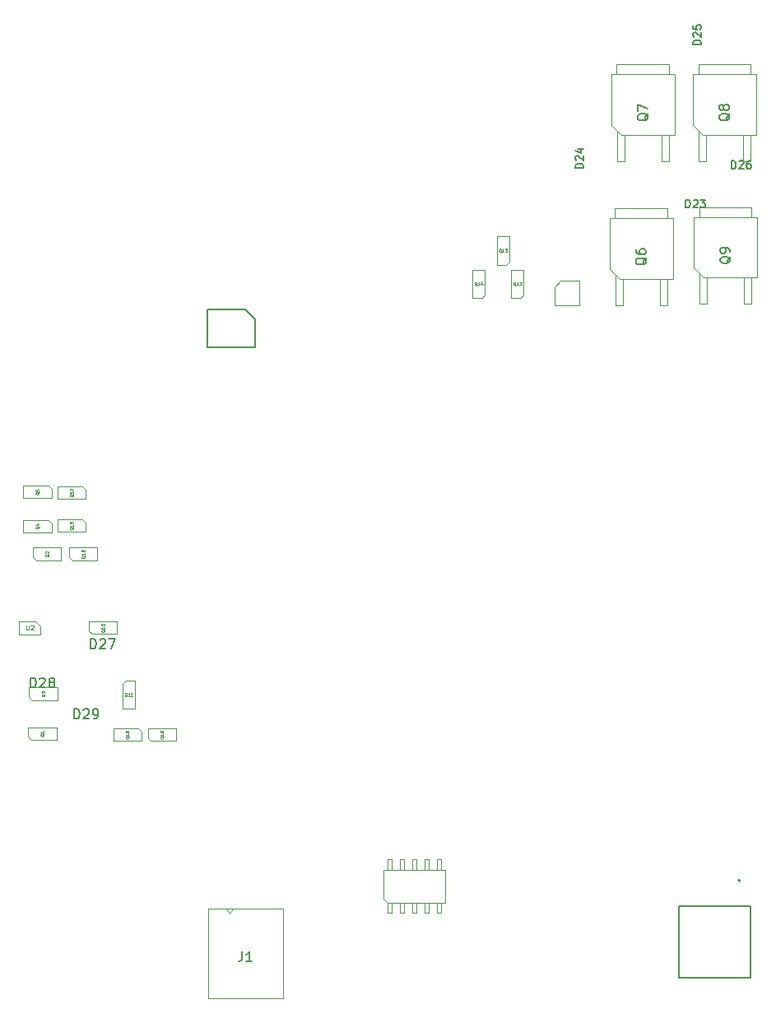
<source format=gbr>
G04 #@! TF.GenerationSoftware,KiCad,Pcbnew,(6.0.0-rc1-458-g78ff9a857a-dirty)*
G04 #@! TF.CreationDate,2021-12-31T11:49:42+02:00*
G04 #@! TF.ProjectId,alphax_2ch,616c7068-6178-45f3-9263-682e6b696361,b*
G04 #@! TF.SameCoordinates,PX141f5e0PYa2cace0*
G04 #@! TF.FileFunction,AssemblyDrawing,Top*
%FSLAX46Y46*%
G04 Gerber Fmt 4.6, Leading zero omitted, Abs format (unit mm)*
G04 Created by KiCad (PCBNEW (6.0.0-rc1-458-g78ff9a857a-dirty)) date 2021-12-31 11:49:42*
%MOMM*%
%LPD*%
G01*
G04 APERTURE LIST*
%ADD10C,0.050000*%
%ADD11C,0.150000*%
%ADD12C,0.075000*%
%ADD13C,0.170000*%
%ADD14C,0.100000*%
%ADD15C,0.127000*%
%ADD16C,0.200000*%
G04 APERTURE END LIST*
D10*
G04 #@! TO.C,Q13*
X55217142Y77324762D02*
X55186666Y77340000D01*
X55156190Y77370477D01*
X55110476Y77416191D01*
X55080000Y77431429D01*
X55049523Y77431429D01*
X55064761Y77355239D02*
X55034285Y77370477D01*
X55003809Y77400953D01*
X54988571Y77461905D01*
X54988571Y77568572D01*
X55003809Y77629524D01*
X55034285Y77660000D01*
X55064761Y77675239D01*
X55125714Y77675239D01*
X55156190Y77660000D01*
X55186666Y77629524D01*
X55201904Y77568572D01*
X55201904Y77461905D01*
X55186666Y77400953D01*
X55156190Y77370477D01*
X55125714Y77355239D01*
X55064761Y77355239D01*
X55506666Y77355239D02*
X55323809Y77355239D01*
X55415238Y77355239D02*
X55415238Y77675239D01*
X55384761Y77629524D01*
X55354285Y77599048D01*
X55323809Y77583810D01*
X55613333Y77675239D02*
X55811428Y77675239D01*
X55704761Y77553334D01*
X55750476Y77553334D01*
X55780952Y77538096D01*
X55796190Y77522858D01*
X55811428Y77492381D01*
X55811428Y77416191D01*
X55796190Y77385715D01*
X55780952Y77370477D01*
X55750476Y77355239D01*
X55659047Y77355239D01*
X55628571Y77370477D01*
X55613333Y77385715D01*
G04 #@! TO.C,Q1*
X8175238Y27769524D02*
X8160000Y27739048D01*
X8129523Y27708572D01*
X8083809Y27662858D01*
X8068571Y27632381D01*
X8068571Y27601905D01*
X8144761Y27617143D02*
X8129523Y27586667D01*
X8099047Y27556191D01*
X8038095Y27540953D01*
X7931428Y27540953D01*
X7870476Y27556191D01*
X7840000Y27586667D01*
X7824761Y27617143D01*
X7824761Y27678096D01*
X7840000Y27708572D01*
X7870476Y27739048D01*
X7931428Y27754286D01*
X8038095Y27754286D01*
X8099047Y27739048D01*
X8129523Y27708572D01*
X8144761Y27678096D01*
X8144761Y27617143D01*
X8144761Y28059048D02*
X8144761Y27876191D01*
X8144761Y27967620D02*
X7824761Y27967620D01*
X7870476Y27937143D01*
X7900952Y27906667D01*
X7916190Y27876191D01*
D11*
G04 #@! TO.C,D28*
X6785714Y32547620D02*
X6785714Y33547620D01*
X7023809Y33547620D01*
X7166666Y33500000D01*
X7261904Y33404762D01*
X7309523Y33309524D01*
X7357142Y33119048D01*
X7357142Y32976191D01*
X7309523Y32785715D01*
X7261904Y32690477D01*
X7166666Y32595239D01*
X7023809Y32547620D01*
X6785714Y32547620D01*
X7738095Y33452381D02*
X7785714Y33500000D01*
X7880952Y33547620D01*
X8119047Y33547620D01*
X8214285Y33500000D01*
X8261904Y33452381D01*
X8309523Y33357143D01*
X8309523Y33261905D01*
X8261904Y33119048D01*
X7690476Y32547620D01*
X8309523Y32547620D01*
X8880952Y33119048D02*
X8785714Y33166667D01*
X8738095Y33214286D01*
X8690476Y33309524D01*
X8690476Y33357143D01*
X8738095Y33452381D01*
X8785714Y33500000D01*
X8880952Y33547620D01*
X9071428Y33547620D01*
X9166666Y33500000D01*
X9214285Y33452381D01*
X9261904Y33357143D01*
X9261904Y33309524D01*
X9214285Y33214286D01*
X9166666Y33166667D01*
X9071428Y33119048D01*
X8880952Y33119048D01*
X8785714Y33071429D01*
X8738095Y33023810D01*
X8690476Y32928572D01*
X8690476Y32738096D01*
X8738095Y32642858D01*
X8785714Y32595239D01*
X8880952Y32547620D01*
X9071428Y32547620D01*
X9166666Y32595239D01*
X9214285Y32642858D01*
X9261904Y32738096D01*
X9261904Y32928572D01*
X9214285Y33023810D01*
X9166666Y33071429D01*
X9071428Y33119048D01*
G04 #@! TO.C,J1*
X28566666Y5397620D02*
X28566666Y4683334D01*
X28519047Y4540477D01*
X28423809Y4445239D01*
X28280952Y4397620D01*
X28185714Y4397620D01*
X29566666Y4397620D02*
X28995238Y4397620D01*
X29280952Y4397620D02*
X29280952Y5397620D01*
X29185714Y5254762D01*
X29090476Y5159524D01*
X28995238Y5111905D01*
G04 #@! TO.C,Q8*
X78747619Y91604762D02*
X78700000Y91509524D01*
X78604761Y91414286D01*
X78461904Y91271429D01*
X78414285Y91176191D01*
X78414285Y91080953D01*
X78652380Y91128572D02*
X78604761Y91033334D01*
X78509523Y90938096D01*
X78319047Y90890477D01*
X77985714Y90890477D01*
X77795238Y90938096D01*
X77700000Y91033334D01*
X77652380Y91128572D01*
X77652380Y91319048D01*
X77700000Y91414286D01*
X77795238Y91509524D01*
X77985714Y91557143D01*
X78319047Y91557143D01*
X78509523Y91509524D01*
X78604761Y91414286D01*
X78652380Y91319048D01*
X78652380Y91128572D01*
X78080952Y92128572D02*
X78033333Y92033334D01*
X77985714Y91985715D01*
X77890476Y91938096D01*
X77842857Y91938096D01*
X77747619Y91985715D01*
X77700000Y92033334D01*
X77652380Y92128572D01*
X77652380Y92319048D01*
X77700000Y92414286D01*
X77747619Y92461905D01*
X77842857Y92509524D01*
X77890476Y92509524D01*
X77985714Y92461905D01*
X78033333Y92414286D01*
X78080952Y92319048D01*
X78080952Y92128572D01*
X78128571Y92033334D01*
X78176190Y91985715D01*
X78271428Y91938096D01*
X78461904Y91938096D01*
X78557142Y91985715D01*
X78604761Y92033334D01*
X78652380Y92128572D01*
X78652380Y92319048D01*
X78604761Y92414286D01*
X78557142Y92461905D01*
X78461904Y92509524D01*
X78271428Y92509524D01*
X78176190Y92461905D01*
X78128571Y92414286D01*
X78080952Y92319048D01*
D10*
G04 #@! TO.C,Q4*
X7675238Y49119524D02*
X7660000Y49089048D01*
X7629523Y49058572D01*
X7583809Y49012858D01*
X7568571Y48982381D01*
X7568571Y48951905D01*
X7644761Y48967143D02*
X7629523Y48936667D01*
X7599047Y48906191D01*
X7538095Y48890953D01*
X7431428Y48890953D01*
X7370476Y48906191D01*
X7340000Y48936667D01*
X7324761Y48967143D01*
X7324761Y49028096D01*
X7340000Y49058572D01*
X7370476Y49089048D01*
X7431428Y49104286D01*
X7538095Y49104286D01*
X7599047Y49089048D01*
X7629523Y49058572D01*
X7644761Y49028096D01*
X7644761Y48967143D01*
X7431428Y49378572D02*
X7644761Y49378572D01*
X7309523Y49302381D02*
X7538095Y49226191D01*
X7538095Y49424286D01*
G04 #@! TO.C,Q3*
X8275238Y31869524D02*
X8260000Y31839048D01*
X8229523Y31808572D01*
X8183809Y31762858D01*
X8168571Y31732381D01*
X8168571Y31701905D01*
X8244761Y31717143D02*
X8229523Y31686667D01*
X8199047Y31656191D01*
X8138095Y31640953D01*
X8031428Y31640953D01*
X7970476Y31656191D01*
X7940000Y31686667D01*
X7924761Y31717143D01*
X7924761Y31778096D01*
X7940000Y31808572D01*
X7970476Y31839048D01*
X8031428Y31854286D01*
X8138095Y31854286D01*
X8199047Y31839048D01*
X8229523Y31808572D01*
X8244761Y31778096D01*
X8244761Y31717143D01*
X7924761Y31960953D02*
X7924761Y32159048D01*
X8046666Y32052381D01*
X8046666Y32098096D01*
X8061904Y32128572D01*
X8077142Y32143810D01*
X8107619Y32159048D01*
X8183809Y32159048D01*
X8214285Y32143810D01*
X8229523Y32128572D01*
X8244761Y32098096D01*
X8244761Y32006667D01*
X8229523Y31976191D01*
X8214285Y31960953D01*
D12*
G04 #@! TO.C,U2*
X6319047Y38973810D02*
X6319047Y38569048D01*
X6342857Y38521429D01*
X6366666Y38497620D01*
X6414285Y38473810D01*
X6509523Y38473810D01*
X6557142Y38497620D01*
X6580952Y38521429D01*
X6604761Y38569048D01*
X6604761Y38973810D01*
X6819047Y38926191D02*
X6842857Y38950000D01*
X6890476Y38973810D01*
X7009523Y38973810D01*
X7057142Y38950000D01*
X7080952Y38926191D01*
X7104761Y38878572D01*
X7104761Y38830953D01*
X7080952Y38759524D01*
X6795238Y38473810D01*
X7104761Y38473810D01*
D10*
G04 #@! TO.C,Q15*
X12375238Y46117143D02*
X12360000Y46086667D01*
X12329523Y46056191D01*
X12283809Y46010477D01*
X12268571Y45980000D01*
X12268571Y45949524D01*
X12344761Y45964762D02*
X12329523Y45934286D01*
X12299047Y45903810D01*
X12238095Y45888572D01*
X12131428Y45888572D01*
X12070476Y45903810D01*
X12040000Y45934286D01*
X12024761Y45964762D01*
X12024761Y46025715D01*
X12040000Y46056191D01*
X12070476Y46086667D01*
X12131428Y46101905D01*
X12238095Y46101905D01*
X12299047Y46086667D01*
X12329523Y46056191D01*
X12344761Y46025715D01*
X12344761Y45964762D01*
X12344761Y46406667D02*
X12344761Y46223810D01*
X12344761Y46315239D02*
X12024761Y46315239D01*
X12070476Y46284762D01*
X12100952Y46254286D01*
X12116190Y46223810D01*
X12024761Y46696191D02*
X12024761Y46543810D01*
X12177142Y46528572D01*
X12161904Y46543810D01*
X12146666Y46574286D01*
X12146666Y46650477D01*
X12161904Y46680953D01*
X12177142Y46696191D01*
X12207619Y46711429D01*
X12283809Y46711429D01*
X12314285Y46696191D01*
X12329523Y46680953D01*
X12344761Y46650477D01*
X12344761Y46574286D01*
X12329523Y46543810D01*
X12314285Y46528572D01*
G04 #@! TO.C,Q19*
X20477238Y27515143D02*
X20462000Y27484667D01*
X20431523Y27454191D01*
X20385809Y27408477D01*
X20370571Y27378000D01*
X20370571Y27347524D01*
X20446761Y27362762D02*
X20431523Y27332286D01*
X20401047Y27301810D01*
X20340095Y27286572D01*
X20233428Y27286572D01*
X20172476Y27301810D01*
X20142000Y27332286D01*
X20126761Y27362762D01*
X20126761Y27423715D01*
X20142000Y27454191D01*
X20172476Y27484667D01*
X20233428Y27499905D01*
X20340095Y27499905D01*
X20401047Y27484667D01*
X20431523Y27454191D01*
X20446761Y27423715D01*
X20446761Y27362762D01*
X20446761Y27804667D02*
X20446761Y27621810D01*
X20446761Y27713239D02*
X20126761Y27713239D01*
X20172476Y27682762D01*
X20202952Y27652286D01*
X20218190Y27621810D01*
X20446761Y27957048D02*
X20446761Y28018000D01*
X20431523Y28048477D01*
X20416285Y28063715D01*
X20370571Y28094191D01*
X20309619Y28109429D01*
X20187714Y28109429D01*
X20157238Y28094191D01*
X20142000Y28078953D01*
X20126761Y28048477D01*
X20126761Y27987524D01*
X20142000Y27957048D01*
X20157238Y27941810D01*
X20187714Y27926572D01*
X20263904Y27926572D01*
X20294380Y27941810D01*
X20309619Y27957048D01*
X20324857Y27987524D01*
X20324857Y28048477D01*
X20309619Y28078953D01*
X20294380Y28094191D01*
X20263904Y28109429D01*
G04 #@! TO.C,Q18*
X16921238Y27515143D02*
X16906000Y27484667D01*
X16875523Y27454191D01*
X16829809Y27408477D01*
X16814571Y27378000D01*
X16814571Y27347524D01*
X16890761Y27362762D02*
X16875523Y27332286D01*
X16845047Y27301810D01*
X16784095Y27286572D01*
X16677428Y27286572D01*
X16616476Y27301810D01*
X16586000Y27332286D01*
X16570761Y27362762D01*
X16570761Y27423715D01*
X16586000Y27454191D01*
X16616476Y27484667D01*
X16677428Y27499905D01*
X16784095Y27499905D01*
X16845047Y27484667D01*
X16875523Y27454191D01*
X16890761Y27423715D01*
X16890761Y27362762D01*
X16890761Y27804667D02*
X16890761Y27621810D01*
X16890761Y27713239D02*
X16570761Y27713239D01*
X16616476Y27682762D01*
X16646952Y27652286D01*
X16662190Y27621810D01*
X16707904Y27987524D02*
X16692666Y27957048D01*
X16677428Y27941810D01*
X16646952Y27926572D01*
X16631714Y27926572D01*
X16601238Y27941810D01*
X16586000Y27957048D01*
X16570761Y27987524D01*
X16570761Y28048477D01*
X16586000Y28078953D01*
X16601238Y28094191D01*
X16631714Y28109429D01*
X16646952Y28109429D01*
X16677428Y28094191D01*
X16692666Y28078953D01*
X16707904Y28048477D01*
X16707904Y27987524D01*
X16723142Y27957048D01*
X16738380Y27941810D01*
X16768857Y27926572D01*
X16829809Y27926572D01*
X16860285Y27941810D01*
X16875523Y27957048D01*
X16890761Y27987524D01*
X16890761Y28048477D01*
X16875523Y28078953D01*
X16860285Y28094191D01*
X16829809Y28109429D01*
X16768857Y28109429D01*
X16738380Y28094191D01*
X16723142Y28078953D01*
X16707904Y28048477D01*
D13*
G04 #@! TO.C,D23*
X74204285Y81929048D02*
X74204285Y82749048D01*
X74399523Y82749048D01*
X74516666Y82710000D01*
X74594761Y82631905D01*
X74633809Y82553810D01*
X74672857Y82397620D01*
X74672857Y82280477D01*
X74633809Y82124286D01*
X74594761Y82046191D01*
X74516666Y81968096D01*
X74399523Y81929048D01*
X74204285Y81929048D01*
X74985238Y82670953D02*
X75024285Y82710000D01*
X75102380Y82749048D01*
X75297619Y82749048D01*
X75375714Y82710000D01*
X75414761Y82670953D01*
X75453809Y82592858D01*
X75453809Y82514762D01*
X75414761Y82397620D01*
X74946190Y81929048D01*
X75453809Y81929048D01*
X75727142Y82749048D02*
X76234761Y82749048D01*
X75961428Y82436667D01*
X76078571Y82436667D01*
X76156666Y82397620D01*
X76195714Y82358572D01*
X76234761Y82280477D01*
X76234761Y82085239D01*
X76195714Y82007143D01*
X76156666Y81968096D01*
X76078571Y81929048D01*
X75844285Y81929048D01*
X75766190Y81968096D01*
X75727142Y82007143D01*
G04 #@! TO.C,D26*
X78904285Y85929048D02*
X78904285Y86749048D01*
X79099523Y86749048D01*
X79216666Y86710000D01*
X79294761Y86631905D01*
X79333809Y86553810D01*
X79372857Y86397620D01*
X79372857Y86280477D01*
X79333809Y86124286D01*
X79294761Y86046191D01*
X79216666Y85968096D01*
X79099523Y85929048D01*
X78904285Y85929048D01*
X79685238Y86670953D02*
X79724285Y86710000D01*
X79802380Y86749048D01*
X79997619Y86749048D01*
X80075714Y86710000D01*
X80114761Y86670953D01*
X80153809Y86592858D01*
X80153809Y86514762D01*
X80114761Y86397620D01*
X79646190Y85929048D01*
X80153809Y85929048D01*
X80856666Y86749048D02*
X80700476Y86749048D01*
X80622380Y86710000D01*
X80583333Y86670953D01*
X80505238Y86553810D01*
X80466190Y86397620D01*
X80466190Y86085239D01*
X80505238Y86007143D01*
X80544285Y85968096D01*
X80622380Y85929048D01*
X80778571Y85929048D01*
X80856666Y85968096D01*
X80895714Y86007143D01*
X80934761Y86085239D01*
X80934761Y86280477D01*
X80895714Y86358572D01*
X80856666Y86397620D01*
X80778571Y86436667D01*
X80622380Y86436667D01*
X80544285Y86397620D01*
X80505238Y86358572D01*
X80466190Y86280477D01*
D10*
G04 #@! TO.C,Q14*
X52717142Y73924762D02*
X52686666Y73940000D01*
X52656190Y73970477D01*
X52610476Y74016191D01*
X52580000Y74031429D01*
X52549523Y74031429D01*
X52564761Y73955239D02*
X52534285Y73970477D01*
X52503809Y74000953D01*
X52488571Y74061905D01*
X52488571Y74168572D01*
X52503809Y74229524D01*
X52534285Y74260000D01*
X52564761Y74275239D01*
X52625714Y74275239D01*
X52656190Y74260000D01*
X52686666Y74229524D01*
X52701904Y74168572D01*
X52701904Y74061905D01*
X52686666Y74000953D01*
X52656190Y73970477D01*
X52625714Y73955239D01*
X52564761Y73955239D01*
X53006666Y73955239D02*
X52823809Y73955239D01*
X52915238Y73955239D02*
X52915238Y74275239D01*
X52884761Y74229524D01*
X52854285Y74199048D01*
X52823809Y74183810D01*
X53280952Y74168572D02*
X53280952Y73955239D01*
X53204761Y74290477D02*
X53128571Y74061905D01*
X53326666Y74061905D01*
D11*
G04 #@! TO.C,D29*
X11285714Y29347620D02*
X11285714Y30347620D01*
X11523809Y30347620D01*
X11666666Y30300000D01*
X11761904Y30204762D01*
X11809523Y30109524D01*
X11857142Y29919048D01*
X11857142Y29776191D01*
X11809523Y29585715D01*
X11761904Y29490477D01*
X11666666Y29395239D01*
X11523809Y29347620D01*
X11285714Y29347620D01*
X12238095Y30252381D02*
X12285714Y30300000D01*
X12380952Y30347620D01*
X12619047Y30347620D01*
X12714285Y30300000D01*
X12761904Y30252381D01*
X12809523Y30157143D01*
X12809523Y30061905D01*
X12761904Y29919048D01*
X12190476Y29347620D01*
X12809523Y29347620D01*
X13285714Y29347620D02*
X13476190Y29347620D01*
X13571428Y29395239D01*
X13619047Y29442858D01*
X13714285Y29585715D01*
X13761904Y29776191D01*
X13761904Y30157143D01*
X13714285Y30252381D01*
X13666666Y30300000D01*
X13571428Y30347620D01*
X13380952Y30347620D01*
X13285714Y30300000D01*
X13238095Y30252381D01*
X13190476Y30157143D01*
X13190476Y29919048D01*
X13238095Y29823810D01*
X13285714Y29776191D01*
X13380952Y29728572D01*
X13571428Y29728572D01*
X13666666Y29776191D01*
X13714285Y29823810D01*
X13761904Y29919048D01*
D10*
G04 #@! TO.C,Q17*
X11175238Y52417143D02*
X11160000Y52386667D01*
X11129523Y52356191D01*
X11083809Y52310477D01*
X11068571Y52280000D01*
X11068571Y52249524D01*
X11144761Y52264762D02*
X11129523Y52234286D01*
X11099047Y52203810D01*
X11038095Y52188572D01*
X10931428Y52188572D01*
X10870476Y52203810D01*
X10840000Y52234286D01*
X10824761Y52264762D01*
X10824761Y52325715D01*
X10840000Y52356191D01*
X10870476Y52386667D01*
X10931428Y52401905D01*
X11038095Y52401905D01*
X11099047Y52386667D01*
X11129523Y52356191D01*
X11144761Y52325715D01*
X11144761Y52264762D01*
X11144761Y52706667D02*
X11144761Y52523810D01*
X11144761Y52615239D02*
X10824761Y52615239D01*
X10870476Y52584762D01*
X10900952Y52554286D01*
X10916190Y52523810D01*
X10824761Y52813334D02*
X10824761Y53026667D01*
X11144761Y52889524D01*
G04 #@! TO.C,Q5*
X7675238Y52669524D02*
X7660000Y52639048D01*
X7629523Y52608572D01*
X7583809Y52562858D01*
X7568571Y52532381D01*
X7568571Y52501905D01*
X7644761Y52517143D02*
X7629523Y52486667D01*
X7599047Y52456191D01*
X7538095Y52440953D01*
X7431428Y52440953D01*
X7370476Y52456191D01*
X7340000Y52486667D01*
X7324761Y52517143D01*
X7324761Y52578096D01*
X7340000Y52608572D01*
X7370476Y52639048D01*
X7431428Y52654286D01*
X7538095Y52654286D01*
X7599047Y52639048D01*
X7629523Y52608572D01*
X7644761Y52578096D01*
X7644761Y52517143D01*
X7324761Y52943810D02*
X7324761Y52791429D01*
X7477142Y52776191D01*
X7461904Y52791429D01*
X7446666Y52821905D01*
X7446666Y52898096D01*
X7461904Y52928572D01*
X7477142Y52943810D01*
X7507619Y52959048D01*
X7583809Y52959048D01*
X7614285Y52943810D01*
X7629523Y52928572D01*
X7644761Y52898096D01*
X7644761Y52821905D01*
X7629523Y52791429D01*
X7614285Y52776191D01*
G04 #@! TO.C,Q12*
X56695142Y73924762D02*
X56664666Y73940000D01*
X56634190Y73970477D01*
X56588476Y74016191D01*
X56558000Y74031429D01*
X56527523Y74031429D01*
X56542761Y73955239D02*
X56512285Y73970477D01*
X56481809Y74000953D01*
X56466571Y74061905D01*
X56466571Y74168572D01*
X56481809Y74229524D01*
X56512285Y74260000D01*
X56542761Y74275239D01*
X56603714Y74275239D01*
X56634190Y74260000D01*
X56664666Y74229524D01*
X56679904Y74168572D01*
X56679904Y74061905D01*
X56664666Y74000953D01*
X56634190Y73970477D01*
X56603714Y73955239D01*
X56542761Y73955239D01*
X56984666Y73955239D02*
X56801809Y73955239D01*
X56893238Y73955239D02*
X56893238Y74275239D01*
X56862761Y74229524D01*
X56832285Y74199048D01*
X56801809Y74183810D01*
X57106571Y74244762D02*
X57121809Y74260000D01*
X57152285Y74275239D01*
X57228476Y74275239D01*
X57258952Y74260000D01*
X57274190Y74244762D01*
X57289428Y74214286D01*
X57289428Y74183810D01*
X57274190Y74138096D01*
X57091333Y73955239D01*
X57289428Y73955239D01*
G04 #@! TO.C,Q2*
X8675238Y46269524D02*
X8660000Y46239048D01*
X8629523Y46208572D01*
X8583809Y46162858D01*
X8568571Y46132381D01*
X8568571Y46101905D01*
X8644761Y46117143D02*
X8629523Y46086667D01*
X8599047Y46056191D01*
X8538095Y46040953D01*
X8431428Y46040953D01*
X8370476Y46056191D01*
X8340000Y46086667D01*
X8324761Y46117143D01*
X8324761Y46178096D01*
X8340000Y46208572D01*
X8370476Y46239048D01*
X8431428Y46254286D01*
X8538095Y46254286D01*
X8599047Y46239048D01*
X8629523Y46208572D01*
X8644761Y46178096D01*
X8644761Y46117143D01*
X8355238Y46376191D02*
X8340000Y46391429D01*
X8324761Y46421905D01*
X8324761Y46498096D01*
X8340000Y46528572D01*
X8355238Y46543810D01*
X8385714Y46559048D01*
X8416190Y46559048D01*
X8461904Y46543810D01*
X8644761Y46360953D01*
X8644761Y46559048D01*
G04 #@! TO.C,Q16*
X11175238Y49017143D02*
X11160000Y48986667D01*
X11129523Y48956191D01*
X11083809Y48910477D01*
X11068571Y48880000D01*
X11068571Y48849524D01*
X11144761Y48864762D02*
X11129523Y48834286D01*
X11099047Y48803810D01*
X11038095Y48788572D01*
X10931428Y48788572D01*
X10870476Y48803810D01*
X10840000Y48834286D01*
X10824761Y48864762D01*
X10824761Y48925715D01*
X10840000Y48956191D01*
X10870476Y48986667D01*
X10931428Y49001905D01*
X11038095Y49001905D01*
X11099047Y48986667D01*
X11129523Y48956191D01*
X11144761Y48925715D01*
X11144761Y48864762D01*
X11144761Y49306667D02*
X11144761Y49123810D01*
X11144761Y49215239D02*
X10824761Y49215239D01*
X10870476Y49184762D01*
X10900952Y49154286D01*
X10916190Y49123810D01*
X10824761Y49580953D02*
X10824761Y49520000D01*
X10840000Y49489524D01*
X10855238Y49474286D01*
X10900952Y49443810D01*
X10961904Y49428572D01*
X11083809Y49428572D01*
X11114285Y49443810D01*
X11129523Y49459048D01*
X11144761Y49489524D01*
X11144761Y49550477D01*
X11129523Y49580953D01*
X11114285Y49596191D01*
X11083809Y49611429D01*
X11007619Y49611429D01*
X10977142Y49596191D01*
X10961904Y49580953D01*
X10946666Y49550477D01*
X10946666Y49489524D01*
X10961904Y49459048D01*
X10977142Y49443810D01*
X11007619Y49428572D01*
D11*
G04 #@! TO.C,Q7*
X70347619Y91604762D02*
X70300000Y91509524D01*
X70204761Y91414286D01*
X70061904Y91271429D01*
X70014285Y91176191D01*
X70014285Y91080953D01*
X70252380Y91128572D02*
X70204761Y91033334D01*
X70109523Y90938096D01*
X69919047Y90890477D01*
X69585714Y90890477D01*
X69395238Y90938096D01*
X69300000Y91033334D01*
X69252380Y91128572D01*
X69252380Y91319048D01*
X69300000Y91414286D01*
X69395238Y91509524D01*
X69585714Y91557143D01*
X69919047Y91557143D01*
X70109523Y91509524D01*
X70204761Y91414286D01*
X70252380Y91319048D01*
X70252380Y91128572D01*
X69252380Y91890477D02*
X69252380Y92557143D01*
X70252380Y92128572D01*
G04 #@! TO.C,Q6*
X70172619Y76779762D02*
X70125000Y76684524D01*
X70029761Y76589286D01*
X69886904Y76446429D01*
X69839285Y76351191D01*
X69839285Y76255953D01*
X70077380Y76303572D02*
X70029761Y76208334D01*
X69934523Y76113096D01*
X69744047Y76065477D01*
X69410714Y76065477D01*
X69220238Y76113096D01*
X69125000Y76208334D01*
X69077380Y76303572D01*
X69077380Y76494048D01*
X69125000Y76589286D01*
X69220238Y76684524D01*
X69410714Y76732143D01*
X69744047Y76732143D01*
X69934523Y76684524D01*
X70029761Y76589286D01*
X70077380Y76494048D01*
X70077380Y76303572D01*
X69077380Y77589286D02*
X69077380Y77398810D01*
X69125000Y77303572D01*
X69172619Y77255953D01*
X69315476Y77160715D01*
X69505952Y77113096D01*
X69886904Y77113096D01*
X69982142Y77160715D01*
X70029761Y77208334D01*
X70077380Y77303572D01*
X70077380Y77494048D01*
X70029761Y77589286D01*
X69982142Y77636905D01*
X69886904Y77684524D01*
X69648809Y77684524D01*
X69553571Y77636905D01*
X69505952Y77589286D01*
X69458333Y77494048D01*
X69458333Y77303572D01*
X69505952Y77208334D01*
X69553571Y77160715D01*
X69648809Y77113096D01*
G04 #@! TO.C,D27*
X12985714Y36547620D02*
X12985714Y37547620D01*
X13223809Y37547620D01*
X13366666Y37500000D01*
X13461904Y37404762D01*
X13509523Y37309524D01*
X13557142Y37119048D01*
X13557142Y36976191D01*
X13509523Y36785715D01*
X13461904Y36690477D01*
X13366666Y36595239D01*
X13223809Y36547620D01*
X12985714Y36547620D01*
X13938095Y37452381D02*
X13985714Y37500000D01*
X14080952Y37547620D01*
X14319047Y37547620D01*
X14414285Y37500000D01*
X14461904Y37452381D01*
X14509523Y37357143D01*
X14509523Y37261905D01*
X14461904Y37119048D01*
X13890476Y36547620D01*
X14509523Y36547620D01*
X14842857Y37547620D02*
X15509523Y37547620D01*
X15080952Y36547620D01*
D13*
G04 #@! TO.C,D24*
X63670952Y86004286D02*
X62850952Y86004286D01*
X62850952Y86199524D01*
X62890000Y86316667D01*
X62968095Y86394762D01*
X63046190Y86433810D01*
X63202380Y86472858D01*
X63319523Y86472858D01*
X63475714Y86433810D01*
X63553809Y86394762D01*
X63631904Y86316667D01*
X63670952Y86199524D01*
X63670952Y86004286D01*
X62929047Y86785239D02*
X62890000Y86824286D01*
X62850952Y86902381D01*
X62850952Y87097620D01*
X62890000Y87175715D01*
X62929047Y87214762D01*
X63007142Y87253810D01*
X63085238Y87253810D01*
X63202380Y87214762D01*
X63670952Y86746191D01*
X63670952Y87253810D01*
X63124285Y87956667D02*
X63670952Y87956667D01*
X62811904Y87761429D02*
X63397619Y87566191D01*
X63397619Y88073810D01*
D10*
G04 #@! TO.C,Q10*
X14425238Y38517143D02*
X14410000Y38486667D01*
X14379523Y38456191D01*
X14333809Y38410477D01*
X14318571Y38380000D01*
X14318571Y38349524D01*
X14394761Y38364762D02*
X14379523Y38334286D01*
X14349047Y38303810D01*
X14288095Y38288572D01*
X14181428Y38288572D01*
X14120476Y38303810D01*
X14090000Y38334286D01*
X14074761Y38364762D01*
X14074761Y38425715D01*
X14090000Y38456191D01*
X14120476Y38486667D01*
X14181428Y38501905D01*
X14288095Y38501905D01*
X14349047Y38486667D01*
X14379523Y38456191D01*
X14394761Y38425715D01*
X14394761Y38364762D01*
X14394761Y38806667D02*
X14394761Y38623810D01*
X14394761Y38715239D02*
X14074761Y38715239D01*
X14120476Y38684762D01*
X14150952Y38654286D01*
X14166190Y38623810D01*
X14074761Y39004762D02*
X14074761Y39035239D01*
X14090000Y39065715D01*
X14105238Y39080953D01*
X14135714Y39096191D01*
X14196666Y39111429D01*
X14272857Y39111429D01*
X14333809Y39096191D01*
X14364285Y39080953D01*
X14379523Y39065715D01*
X14394761Y39035239D01*
X14394761Y39004762D01*
X14379523Y38974286D01*
X14364285Y38959048D01*
X14333809Y38943810D01*
X14272857Y38928572D01*
X14196666Y38928572D01*
X14135714Y38943810D01*
X14105238Y38959048D01*
X14090000Y38974286D01*
X14074761Y39004762D01*
G04 #@! TO.C,Q11*
X16717142Y31624762D02*
X16686666Y31640000D01*
X16656190Y31670477D01*
X16610476Y31716191D01*
X16580000Y31731429D01*
X16549523Y31731429D01*
X16564761Y31655239D02*
X16534285Y31670477D01*
X16503809Y31700953D01*
X16488571Y31761905D01*
X16488571Y31868572D01*
X16503809Y31929524D01*
X16534285Y31960000D01*
X16564761Y31975239D01*
X16625714Y31975239D01*
X16656190Y31960000D01*
X16686666Y31929524D01*
X16701904Y31868572D01*
X16701904Y31761905D01*
X16686666Y31700953D01*
X16656190Y31670477D01*
X16625714Y31655239D01*
X16564761Y31655239D01*
X17006666Y31655239D02*
X16823809Y31655239D01*
X16915238Y31655239D02*
X16915238Y31975239D01*
X16884761Y31929524D01*
X16854285Y31899048D01*
X16823809Y31883810D01*
X17311428Y31655239D02*
X17128571Y31655239D01*
X17220000Y31655239D02*
X17220000Y31975239D01*
X17189523Y31929524D01*
X17159047Y31899048D01*
X17128571Y31883810D01*
D13*
G04 #@! TO.C,D25*
X75770952Y98704286D02*
X74950952Y98704286D01*
X74950952Y98899524D01*
X74990000Y99016667D01*
X75068095Y99094762D01*
X75146190Y99133810D01*
X75302380Y99172858D01*
X75419523Y99172858D01*
X75575714Y99133810D01*
X75653809Y99094762D01*
X75731904Y99016667D01*
X75770952Y98899524D01*
X75770952Y98704286D01*
X75029047Y99485239D02*
X74990000Y99524286D01*
X74950952Y99602381D01*
X74950952Y99797620D01*
X74990000Y99875715D01*
X75029047Y99914762D01*
X75107142Y99953810D01*
X75185238Y99953810D01*
X75302380Y99914762D01*
X75770952Y99446191D01*
X75770952Y99953810D01*
X74950952Y100695715D02*
X74950952Y100305239D01*
X75341428Y100266191D01*
X75302380Y100305239D01*
X75263333Y100383334D01*
X75263333Y100578572D01*
X75302380Y100656667D01*
X75341428Y100695715D01*
X75419523Y100734762D01*
X75614761Y100734762D01*
X75692857Y100695715D01*
X75731904Y100656667D01*
X75770952Y100578572D01*
X75770952Y100383334D01*
X75731904Y100305239D01*
X75692857Y100266191D01*
D11*
G04 #@! TO.C,Q9*
X78822619Y76904762D02*
X78775000Y76809524D01*
X78679761Y76714286D01*
X78536904Y76571429D01*
X78489285Y76476191D01*
X78489285Y76380953D01*
X78727380Y76428572D02*
X78679761Y76333334D01*
X78584523Y76238096D01*
X78394047Y76190477D01*
X78060714Y76190477D01*
X77870238Y76238096D01*
X77775000Y76333334D01*
X77727380Y76428572D01*
X77727380Y76619048D01*
X77775000Y76714286D01*
X77870238Y76809524D01*
X78060714Y76857143D01*
X78394047Y76857143D01*
X78584523Y76809524D01*
X78679761Y76714286D01*
X78727380Y76619048D01*
X78727380Y76428572D01*
X78727380Y77333334D02*
X78727380Y77523810D01*
X78679761Y77619048D01*
X78632142Y77666667D01*
X78489285Y77761905D01*
X78298809Y77809524D01*
X77917857Y77809524D01*
X77822619Y77761905D01*
X77775000Y77714286D01*
X77727380Y77619048D01*
X77727380Y77428572D01*
X77775000Y77333334D01*
X77822619Y77285715D01*
X77917857Y77238096D01*
X78155952Y77238096D01*
X78251190Y77285715D01*
X78298809Y77333334D01*
X78346428Y77428572D01*
X78346428Y77619048D01*
X78298809Y77714286D01*
X78251190Y77761905D01*
X78155952Y77809524D01*
D14*
G04 #@! TO.C,Q13*
X54750000Y76050000D02*
X54750000Y78950000D01*
X56050000Y76375000D02*
X55725000Y76050000D01*
X54750000Y78950000D02*
X56050000Y78950000D01*
X55725000Y76050000D02*
X54750000Y76050000D01*
X56050000Y78950000D02*
X56050000Y76375000D01*
G04 #@! TO.C,Q1*
X6550000Y27475000D02*
X6550000Y28450000D01*
X6875000Y27150000D02*
X6550000Y27475000D01*
X6550000Y28450000D02*
X9450000Y28450000D01*
X9450000Y27150000D02*
X6875000Y27150000D01*
X9450000Y28450000D02*
X9450000Y27150000D01*
G04 #@! TO.C,P2*
X60688000Y73735000D02*
X61323000Y74370000D01*
X60688000Y71830000D02*
X60688000Y73735000D01*
X61323000Y74370000D02*
X63228000Y74370000D01*
X63228000Y74370000D02*
X63228000Y71830000D01*
X63228000Y71830000D02*
X60688000Y71830000D01*
G04 #@! TO.C,J1*
X26950000Y9800000D02*
X27300000Y9300000D01*
X25050000Y9800000D02*
X25050000Y600000D01*
X25050000Y600000D02*
X32750000Y600000D01*
X25050000Y9800000D02*
X32750000Y9800000D01*
X27300000Y9300000D02*
X27650000Y9800000D01*
X32750000Y600000D02*
X32750000Y9800000D01*
G04 #@! TO.C,Q8*
X81450000Y95650000D02*
X81450000Y89430000D01*
X80900000Y96650000D02*
X80900000Y95650000D01*
X76295000Y86730000D02*
X76295000Y89430000D01*
X81450000Y89430000D02*
X75950000Y89430000D01*
X80855000Y86730000D02*
X80855000Y89430000D01*
X75545000Y89835000D02*
X75545000Y86730000D01*
X80105000Y89430000D02*
X80105000Y86730000D01*
X75500000Y96650000D02*
X80900000Y96650000D01*
X75545000Y86730000D02*
X76295000Y86730000D01*
X74950000Y90430000D02*
X74950000Y95650000D01*
X74950000Y95650000D02*
X81450000Y95650000D01*
X80105000Y86730000D02*
X80855000Y86730000D01*
X75950000Y89430000D02*
X74950000Y90430000D01*
X75500000Y95650000D02*
X75500000Y96650000D01*
G04 #@! TO.C,Q4*
X6050000Y49800000D02*
X8625000Y49800000D01*
X8950000Y48500000D02*
X6050000Y48500000D01*
X6050000Y48500000D02*
X6050000Y49800000D01*
X8625000Y49800000D02*
X8950000Y49475000D01*
X8950000Y49475000D02*
X8950000Y48500000D01*
G04 #@! TO.C,Q3*
X6975000Y31250000D02*
X6650000Y31575000D01*
X9550000Y32550000D02*
X9550000Y31250000D01*
X6650000Y32550000D02*
X9550000Y32550000D01*
X9550000Y31250000D02*
X6975000Y31250000D01*
X6650000Y31575000D02*
X6650000Y32550000D01*
G04 #@! TO.C,U2*
X5600000Y38025000D02*
X5600000Y39375000D01*
X7300000Y39375000D02*
X5600000Y39375000D01*
X7800000Y38025000D02*
X7800000Y38875000D01*
X7800000Y38025000D02*
X5600000Y38025000D01*
X7800000Y38875000D02*
X7300000Y39375000D01*
G04 #@! TO.C,Q15*
X10750000Y46950000D02*
X13650000Y46950000D01*
X10750000Y45975000D02*
X10750000Y46950000D01*
X13650000Y46950000D02*
X13650000Y45650000D01*
X13650000Y45650000D02*
X11075000Y45650000D01*
X11075000Y45650000D02*
X10750000Y45975000D01*
G04 #@! TO.C,Q19*
X21752000Y27048000D02*
X19177000Y27048000D01*
X18852000Y28348000D02*
X21752000Y28348000D01*
X21752000Y28348000D02*
X21752000Y27048000D01*
X18852000Y27373000D02*
X18852000Y28348000D01*
X19177000Y27048000D02*
X18852000Y27373000D01*
G04 #@! TO.C,Q18*
X17871000Y28348000D02*
X18196000Y28023000D01*
X15296000Y28348000D02*
X17871000Y28348000D01*
X18196000Y28023000D02*
X18196000Y27048000D01*
X18196000Y27048000D02*
X15296000Y27048000D01*
X15296000Y27048000D02*
X15296000Y28348000D01*
G04 #@! TO.C,Q14*
X52250000Y75550000D02*
X53550000Y75550000D01*
X53550000Y72975000D02*
X53225000Y72650000D01*
X52250000Y72650000D02*
X52250000Y75550000D01*
X53550000Y75550000D02*
X53550000Y72975000D01*
X53225000Y72650000D02*
X52250000Y72650000D01*
D11*
G04 #@! TO.C,U1*
X24964000Y71450000D02*
X28864000Y71450000D01*
X29864000Y70450000D02*
X29864000Y67550000D01*
X28864000Y71450000D02*
X29864000Y70450000D01*
X24964000Y67550000D02*
X24964000Y71450000D01*
X29864000Y67550000D02*
X24964000Y67550000D01*
D14*
G04 #@! TO.C,Q17*
X9550000Y51950000D02*
X9550000Y53250000D01*
X12450000Y52925000D02*
X12450000Y51950000D01*
X12450000Y51950000D02*
X9550000Y51950000D01*
X12125000Y53250000D02*
X12450000Y52925000D01*
X9550000Y53250000D02*
X12125000Y53250000D01*
G04 #@! TO.C,Q5*
X8950000Y52050000D02*
X6050000Y52050000D01*
X6050000Y52050000D02*
X6050000Y53350000D01*
X6050000Y53350000D02*
X8625000Y53350000D01*
X8625000Y53350000D02*
X8950000Y53025000D01*
X8950000Y53025000D02*
X8950000Y52050000D01*
G04 #@! TO.C,Q12*
X57528000Y72975000D02*
X57203000Y72650000D01*
X56228000Y72650000D02*
X56228000Y75550000D01*
X57528000Y75550000D02*
X57528000Y72975000D01*
X56228000Y75550000D02*
X57528000Y75550000D01*
X57203000Y72650000D02*
X56228000Y72650000D01*
G04 #@! TO.C,Q2*
X9950000Y45650000D02*
X7375000Y45650000D01*
X7375000Y45650000D02*
X7050000Y45975000D01*
X7050000Y45975000D02*
X7050000Y46950000D01*
X7050000Y46950000D02*
X9950000Y46950000D01*
X9950000Y46950000D02*
X9950000Y45650000D01*
D15*
G04 #@! TO.C,U3*
X80882500Y10082500D02*
X73517500Y10082500D01*
X80882500Y2717500D02*
X73517500Y2717500D01*
X80882500Y10082500D02*
X80882500Y2717500D01*
X73517500Y10082500D02*
X73517500Y2717500D01*
D16*
X79795000Y12700000D02*
G75*
G03*
X79795000Y12700000I-100000J0D01*
G01*
D14*
G04 #@! TO.C,Q16*
X12125000Y49850000D02*
X12450000Y49525000D01*
X12450000Y48550000D02*
X9550000Y48550000D01*
X12450000Y49525000D02*
X12450000Y48550000D01*
X9550000Y48550000D02*
X9550000Y49850000D01*
X9550000Y49850000D02*
X12125000Y49850000D01*
G04 #@! TO.C,Q7*
X72455000Y86730000D02*
X72455000Y89430000D01*
X67100000Y96650000D02*
X72500000Y96650000D01*
X71705000Y89430000D02*
X71705000Y86730000D01*
X67145000Y86730000D02*
X67895000Y86730000D01*
X67550000Y89430000D02*
X66550000Y90430000D01*
X67895000Y86730000D02*
X67895000Y89430000D01*
X67145000Y89835000D02*
X67145000Y86730000D01*
X73050000Y95650000D02*
X73050000Y89430000D01*
X71705000Y86730000D02*
X72455000Y86730000D01*
X67100000Y95650000D02*
X67100000Y96650000D01*
X66550000Y95650000D02*
X73050000Y95650000D01*
X72500000Y96650000D02*
X72500000Y95650000D01*
X73050000Y89430000D02*
X67550000Y89430000D01*
X66550000Y90430000D02*
X66550000Y95650000D01*
G04 #@! TO.C,Q6*
X66925000Y80825000D02*
X66925000Y81825000D01*
X66970000Y75010000D02*
X66970000Y71905000D01*
X67720000Y71905000D02*
X67720000Y74605000D01*
X66925000Y81825000D02*
X72325000Y81825000D01*
X66970000Y71905000D02*
X67720000Y71905000D01*
X66375000Y75605000D02*
X66375000Y80825000D01*
X72875000Y74605000D02*
X67375000Y74605000D01*
X66375000Y80825000D02*
X72875000Y80825000D01*
X72875000Y80825000D02*
X72875000Y74605000D01*
X67375000Y74605000D02*
X66375000Y75605000D01*
X72280000Y71905000D02*
X72280000Y74605000D01*
X71530000Y71905000D02*
X72280000Y71905000D01*
X71530000Y74605000D02*
X71530000Y71905000D01*
X72325000Y81825000D02*
X72325000Y80825000D01*
G04 #@! TO.C,Q10*
X12800000Y38375000D02*
X12800000Y39350000D01*
X15700000Y39350000D02*
X15700000Y38050000D01*
X12800000Y39350000D02*
X15700000Y39350000D01*
X15700000Y38050000D02*
X13125000Y38050000D01*
X13125000Y38050000D02*
X12800000Y38375000D01*
G04 #@! TO.C,Q11*
X17550000Y33250000D02*
X17550000Y30350000D01*
X16250000Y30350000D02*
X16250000Y32925000D01*
X17550000Y30350000D02*
X16250000Y30350000D01*
X16575000Y33250000D02*
X17550000Y33250000D01*
X16250000Y32925000D02*
X16575000Y33250000D01*
G04 #@! TO.C,Q9*
X80180000Y72030000D02*
X80930000Y72030000D01*
X80975000Y81950000D02*
X80975000Y80950000D01*
X75620000Y72030000D02*
X76370000Y72030000D01*
X75575000Y81950000D02*
X80975000Y81950000D01*
X76370000Y72030000D02*
X76370000Y74730000D01*
X75620000Y75135000D02*
X75620000Y72030000D01*
X81525000Y80950000D02*
X81525000Y74730000D01*
X75025000Y80950000D02*
X81525000Y80950000D01*
X75025000Y75730000D02*
X75025000Y80950000D01*
X76025000Y74730000D02*
X75025000Y75730000D01*
X81525000Y74730000D02*
X76025000Y74730000D01*
X80930000Y72030000D02*
X80930000Y74730000D01*
X80180000Y74730000D02*
X80180000Y72030000D01*
X75575000Y80950000D02*
X75575000Y81950000D01*
G04 #@! TO.C,J2*
X43558607Y10395000D02*
X43123607Y10830000D01*
X43558607Y9350000D02*
X43958607Y9350000D01*
X49473607Y10395000D02*
X43558607Y10395000D01*
X47368607Y9350000D02*
X47768607Y9350000D01*
X47368607Y10395000D02*
X47368607Y9350000D01*
X43123607Y13805000D02*
X49473607Y13805000D01*
X47768607Y9350000D02*
X47768607Y10395000D01*
X48638607Y9350000D02*
X49038607Y9350000D01*
X43958607Y14850000D02*
X43958607Y13805000D01*
X44828607Y10395000D02*
X44828607Y9350000D01*
X46098607Y13805000D02*
X46098607Y14850000D01*
X43558607Y14850000D02*
X43958607Y14850000D01*
X43558607Y10395000D02*
X43558607Y9350000D01*
X48638607Y14850000D02*
X49038607Y14850000D01*
X45228607Y9350000D02*
X45228607Y10395000D01*
X44828607Y13805000D02*
X44828607Y14850000D01*
X48638607Y10395000D02*
X48638607Y9350000D01*
X49038607Y9350000D02*
X49038607Y10395000D01*
X49473607Y13805000D02*
X49473607Y10395000D01*
X46498607Y9350000D02*
X46498607Y10395000D01*
X43123607Y10830000D02*
X43123607Y13805000D01*
X43558607Y13805000D02*
X43558607Y14850000D01*
X45228607Y14850000D02*
X45228607Y13805000D01*
X46098607Y10395000D02*
X46098607Y9350000D01*
X43958607Y9350000D02*
X43958607Y10395000D01*
X44828607Y14850000D02*
X45228607Y14850000D01*
X47368607Y13805000D02*
X47368607Y14850000D01*
X46098607Y9350000D02*
X46498607Y9350000D01*
X47768607Y14850000D02*
X47768607Y13805000D01*
X48638607Y13805000D02*
X48638607Y14850000D01*
X49038607Y14850000D02*
X49038607Y13805000D01*
X46098607Y14850000D02*
X46498607Y14850000D01*
X47368607Y14850000D02*
X47768607Y14850000D01*
X46498607Y14850000D02*
X46498607Y13805000D01*
X44828607Y9350000D02*
X45228607Y9350000D01*
G04 #@! TD*
M02*

</source>
